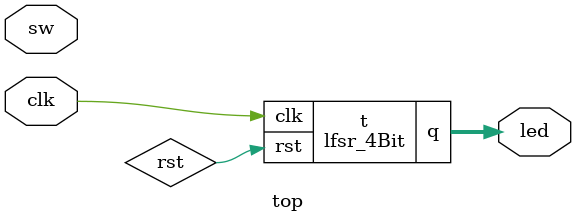
<source format=v>
`timescale 1ns / 1ps
module lfsr_4Bit(
    input clk,
    input rst,
    output [3:0] q
);

wire feedback;
assign feedback = q[3] ^ q[2]; 

shift_register dut ( .clk(clk),
                            .rst(rst),
                            .in_bit(feedback),
                            .q(q)
                            );
endmodule



module shift_register(
    input clk,
    input rst,
    input in_bit,
    output [3:0] q);

dff d0(.d(in_bit), .clk(clk), .rst(rst), .q(q[0]));
dff d1(.d(q[0]), .clk(clk), .rst(rst), .q(q[1]));
dff d2(.d(q[1]), .clk(clk), .rst(rst), .q(q[2]));
dff d3(.d(q[2]), .clk(clk), .rst(rst), .q(q[3]));

endmodule

// Top module
module top(clk,sw,led);
input clk,sw;
output [3:0]led;
lfsr_4Bit t(.clk(clk), .rst(rst), .q(led));

endmodule
</source>
